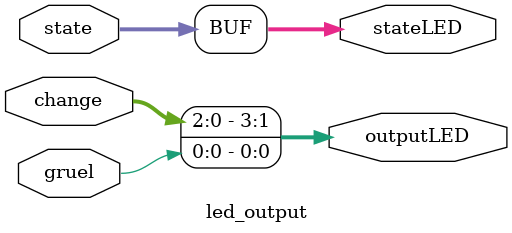
<source format=sv>
module led_output(
	input logic [3:0] state, 
	input logic gruel, 
	input logic [2:0] change,
	output logic [3:0] stateLED, outputLED
);

assign stateLED = state;

//output led 0 is gruel
//output led 1 is 1 shilling
//output led 2 is 1 florins
//output led 3 is 2 florins
assign outputLED[0] = gruel;
assign outputLED[1] = change[0];
assign outputLED[2] = change[1];
assign outputLED[3] = change[2];


endmodule
</source>
